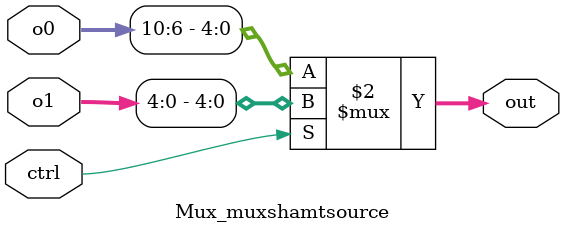
<source format=v>
module Mux_muxshamtsource(
    input wire ctrl,
    input wire [31:0] o0,
    input wire [31:0] o1,
    output wire [4:0] out
);

assign out = (ctrl == 1'b1) ? o1[4:0] : o0[10:6];

endmodule
</source>
